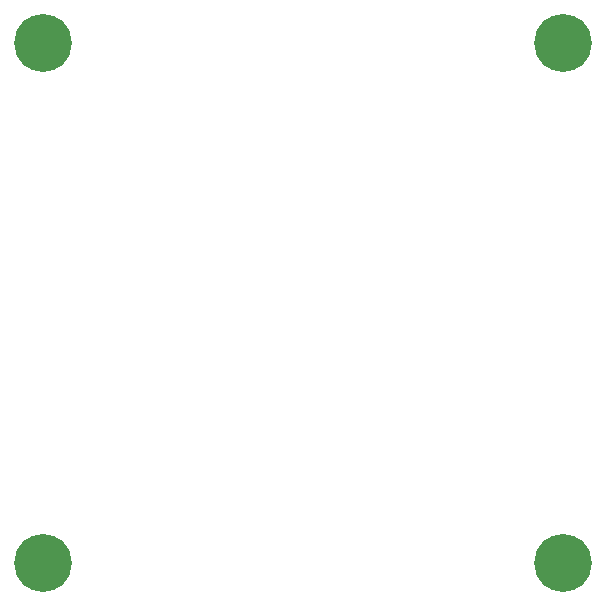
<source format=gbr>
G04 #@! TF.GenerationSoftware,KiCad,Pcbnew,8.0.4*
G04 #@! TF.CreationDate,2024-11-09T11:53:38-08:00*
G04 #@! TF.ProjectId,ASM2806_Breakout,41534d32-3830-4365-9f42-7265616b6f75,rev?*
G04 #@! TF.SameCoordinates,Original*
G04 #@! TF.FileFunction,Soldermask,Bot*
G04 #@! TF.FilePolarity,Negative*
%FSLAX46Y46*%
G04 Gerber Fmt 4.6, Leading zero omitted, Abs format (unit mm)*
G04 Created by KiCad (PCBNEW 8.0.4) date 2024-11-09 11:53:38*
%MOMM*%
%LPD*%
G01*
G04 APERTURE LIST*
%ADD10C,4.900000*%
G04 APERTURE END LIST*
D10*
G04 #@! TO.C,H2*
X170177500Y-100500000D03*
G04 #@! TD*
G04 #@! TO.C,H3*
X126177500Y-144500000D03*
G04 #@! TD*
G04 #@! TO.C,H1*
X126177500Y-100500000D03*
G04 #@! TD*
G04 #@! TO.C,H4*
X170177500Y-144500000D03*
G04 #@! TD*
M02*

</source>
